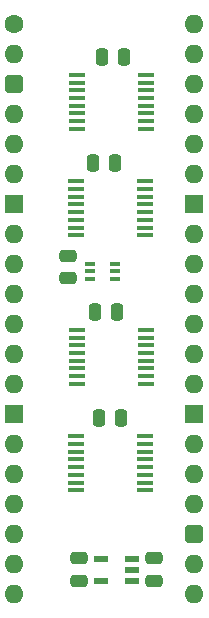
<source format=gts>
%TF.GenerationSoftware,KiCad,Pcbnew,8.0.4*%
%TF.CreationDate,2024-09-01T19:38:43+02:00*%
%TF.ProjectId,Counter 16bit,436f756e-7465-4722-9031-366269742e6b,V0*%
%TF.SameCoordinates,PX6d01460PY32de760*%
%TF.FileFunction,Soldermask,Top*%
%TF.FilePolarity,Negative*%
%FSLAX46Y46*%
G04 Gerber Fmt 4.6, Leading zero omitted, Abs format (unit mm)*
G04 Created by KiCad (PCBNEW 8.0.4) date 2024-09-01 19:38:43*
%MOMM*%
%LPD*%
G01*
G04 APERTURE LIST*
G04 Aperture macros list*
%AMRoundRect*
0 Rectangle with rounded corners*
0 $1 Rounding radius*
0 $2 $3 $4 $5 $6 $7 $8 $9 X,Y pos of 4 corners*
0 Add a 4 corners polygon primitive as box body*
4,1,4,$2,$3,$4,$5,$6,$7,$8,$9,$2,$3,0*
0 Add four circle primitives for the rounded corners*
1,1,$1+$1,$2,$3*
1,1,$1+$1,$4,$5*
1,1,$1+$1,$6,$7*
1,1,$1+$1,$8,$9*
0 Add four rect primitives between the rounded corners*
20,1,$1+$1,$2,$3,$4,$5,0*
20,1,$1+$1,$4,$5,$6,$7,0*
20,1,$1+$1,$6,$7,$8,$9,0*
20,1,$1+$1,$8,$9,$2,$3,0*%
G04 Aperture macros list end*
%ADD10R,0.875000X0.450000*%
%ADD11RoundRect,0.250000X-0.475000X0.250000X-0.475000X-0.250000X0.475000X-0.250000X0.475000X0.250000X0*%
%ADD12RoundRect,0.250000X0.475000X-0.250000X0.475000X0.250000X-0.475000X0.250000X-0.475000X-0.250000X0*%
%ADD13R,1.450000X0.450000*%
%ADD14RoundRect,0.250000X0.250000X0.475000X-0.250000X0.475000X-0.250000X-0.475000X0.250000X-0.475000X0*%
%ADD15R,1.150000X0.600000*%
%ADD16O,1.600000X1.600000*%
%ADD17R,1.600000X1.600000*%
%ADD18RoundRect,0.400000X-0.400000X-0.400000X0.400000X-0.400000X0.400000X0.400000X-0.400000X0.400000X0*%
%ADD19C,1.600000*%
G04 APERTURE END LIST*
D10*
%TO.C,IC6*%
X6431000Y-20305000D03*
X6431000Y-20955000D03*
X6431000Y-21605000D03*
X8555000Y-21605000D03*
X8555000Y-20955000D03*
X8555000Y-20305000D03*
%TD*%
D11*
%TO.C,C5*%
X4572000Y-19640000D03*
X4572000Y-21540000D03*
%TD*%
D12*
%TO.C,C8*%
X11811000Y-47162000D03*
X11811000Y-45262000D03*
%TD*%
D13*
%TO.C,IC1*%
X5203000Y-34936002D03*
X5203000Y-35586002D03*
X5203000Y-36236002D03*
X5203000Y-36886002D03*
X5203000Y-37536002D03*
X5203000Y-38186002D03*
X5203000Y-38836002D03*
X5203000Y-39486002D03*
X11053000Y-39486002D03*
X11053000Y-38836002D03*
X11053000Y-38186002D03*
X11053000Y-37536002D03*
X11053000Y-36886002D03*
X11053000Y-36236002D03*
X11053000Y-35586002D03*
X11053000Y-34936002D03*
%TD*%
D14*
%TO.C,C3*%
X8554000Y-11811000D03*
X6654000Y-11811000D03*
%TD*%
D12*
%TO.C,C4*%
X5461000Y-47162000D03*
X5461000Y-45262000D03*
%TD*%
D14*
%TO.C,C1*%
X9062000Y-33401000D03*
X7162000Y-33401000D03*
%TD*%
%TO.C,C9*%
X9316000Y-2794000D03*
X7416000Y-2794000D03*
%TD*%
%TO.C,C2*%
X8681000Y-24384000D03*
X6781000Y-24384000D03*
%TD*%
D15*
%TO.C,IC5*%
X9936000Y-47178000D03*
X9936000Y-46228000D03*
X9936000Y-45278000D03*
X7336000Y-45278000D03*
X7336000Y-47178000D03*
%TD*%
D13*
%TO.C,IC3*%
X11053000Y-13346000D03*
X11053000Y-13996000D03*
X11053000Y-14646000D03*
X11053000Y-15296000D03*
X11053000Y-15946000D03*
X11053000Y-16596000D03*
X11053000Y-17246000D03*
X11053000Y-17896000D03*
X5203000Y-17896000D03*
X5203000Y-17246000D03*
X5203000Y-16596000D03*
X5203000Y-15946000D03*
X5203000Y-15296000D03*
X5203000Y-14646000D03*
X5203000Y-13996000D03*
X5203000Y-13346000D03*
%TD*%
%TO.C,IC4*%
X5330000Y-4329000D03*
X5330000Y-4979000D03*
X5330000Y-5629000D03*
X5330000Y-6279000D03*
X5330000Y-6929000D03*
X5330000Y-7579000D03*
X5330000Y-8229000D03*
X5330000Y-8879000D03*
X11180000Y-8879000D03*
X11180000Y-8229000D03*
X11180000Y-7579000D03*
X11180000Y-6929000D03*
X11180000Y-6279000D03*
X11180000Y-5629000D03*
X11180000Y-4979000D03*
X11180000Y-4329000D03*
%TD*%
%TO.C,IC2*%
X11180000Y-25919000D03*
X11180000Y-26569000D03*
X11180000Y-27219000D03*
X11180000Y-27869000D03*
X11180000Y-28519000D03*
X11180000Y-29169000D03*
X11180000Y-29819000D03*
X11180000Y-30469000D03*
X5330000Y-30469000D03*
X5330000Y-29819000D03*
X5330000Y-29169000D03*
X5330000Y-28519000D03*
X5330000Y-27869000D03*
X5330000Y-27219000D03*
X5330000Y-26569000D03*
X5330000Y-25919000D03*
%TD*%
D16*
%TO.C,J1*%
X15240000Y0D03*
X15240000Y-2540000D03*
X15240000Y-5080000D03*
X15240000Y-7620000D03*
X15240000Y-10160000D03*
X15240000Y-12700000D03*
D17*
X15240000Y-15240000D03*
D16*
X15240000Y-17780000D03*
X15240000Y-20320000D03*
X15240000Y-22860000D03*
X15240000Y-25400000D03*
X15240000Y-27940000D03*
X15240000Y-30480000D03*
D17*
X15240000Y-33020000D03*
D16*
X15240000Y-35560000D03*
X15240000Y-38100000D03*
X15240000Y-40640000D03*
D18*
X15240000Y-43180000D03*
D16*
X15240000Y-45720000D03*
X15240000Y-48260000D03*
X0Y-48260000D03*
X0Y-45720000D03*
X0Y-43180000D03*
X0Y-40640000D03*
X0Y-38100000D03*
X0Y-35560000D03*
D17*
X0Y-33020000D03*
D16*
X0Y-30480000D03*
X0Y-27940000D03*
X0Y-25400000D03*
X0Y-22860000D03*
X0Y-20320000D03*
X0Y-17780000D03*
D17*
X0Y-15240000D03*
D16*
X0Y-12700000D03*
X0Y-10160000D03*
X0Y-7620000D03*
D18*
X0Y-5080000D03*
D16*
X0Y-2540000D03*
D19*
X0Y0D03*
%TD*%
M02*

</source>
